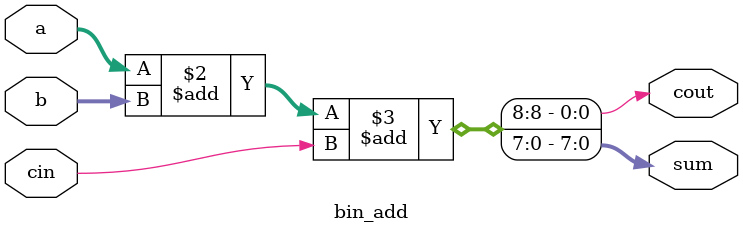
<source format=v>
module bin_add(
    input [7:0]a,b,
    input cin,
    output reg[7:0]sum,
    output reg cout);
	 
always @ (a or b or cin)
   {cout,sum}= a + b + cin;
endmodule

</source>
